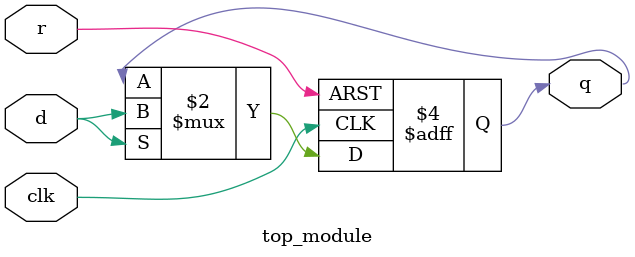
<source format=sv>
module top_module (
  input clk,
  input d,
  input r,
  output logic q
);

  always_ff @(posedge clk or posedge r) begin
    if (r) begin
      q <= 1'b0;
    end else if (d) begin
      q <= d;
    end
  end

endmodule

</source>
